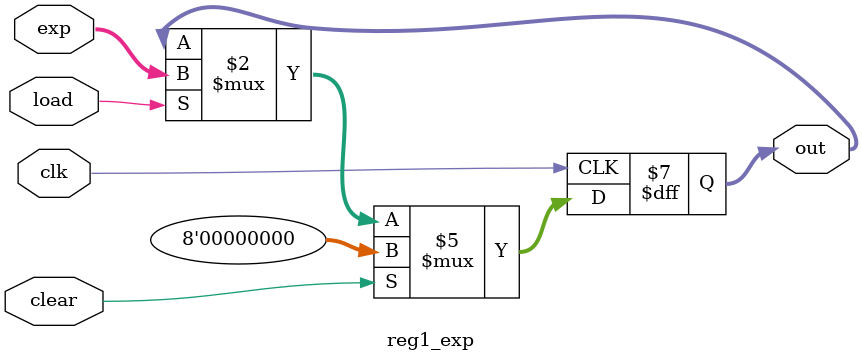
<source format=v>
`timescale 1ns / 1ps

module reg1_exp(
    input [7:0] exp,
    input clk,
    input load,
    input clear,
    output reg [7:0] out
    );
    
    always @(posedge clk)
        if (clear)
           out <= 0;
        else if (load)
           out <= exp;
endmodule
</source>
